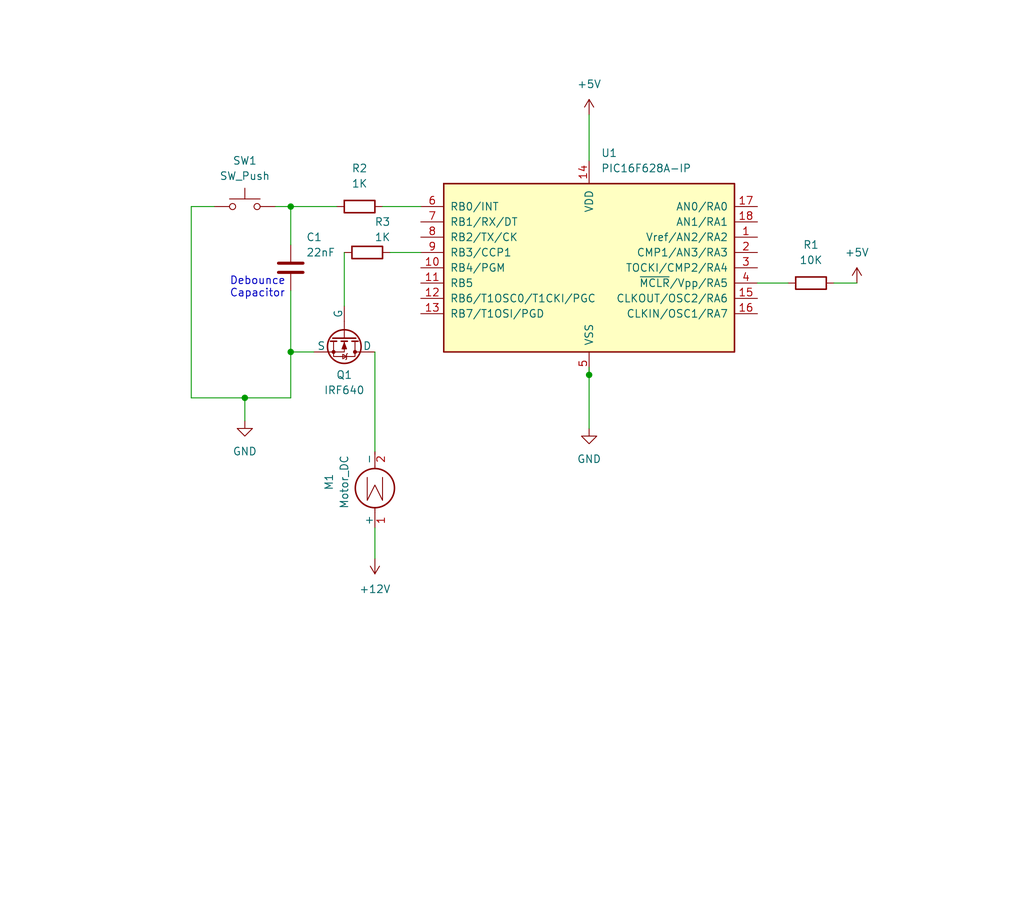
<source format=kicad_sch>
(kicad_sch (version 20230121) (generator eeschema)
  (paper "User" 170.002 152.4)
  (title_block (title "PIC16F628A for Beginners - 1") (company "Ricardo Lima Caratti") (comment 1 "A minimalist project with PIC16F628A, push button and interrupt. "))
  (lib_symbols
    (symbol "Device:C" (pin_numbers hide) (pin_names (offset 0.254))
      (property "Reference" "C" (at 0.635 2.54 0))
      (property "Value" "C" (at 0.635 -2.54 0))
      (symbol "C_0_1"
        (polyline (pts (xy -2.032 -0.762) (xy 2.032 -0.762)) (stroke (width 0.508)))
        (polyline (pts (xy -2.032 0.762) (xy 2.032 0.762)) (stroke (width 0.508)))
      )
      (symbol "C_1_1"
        (pin passive line (at 0 3.81 270) (length 2.794) (name "~") (number "1"))
        (pin passive line (at 0 -3.81 90) (length 2.794) (name "~") (number "2"))
      )
    )
    (symbol "Device:R" (pin_numbers hide) (pin_names (offset 0))
      (property "Reference" "R" (at 2.032 0 90))
      (property "Value" "R" (at 0 0 90))
      (symbol "R_0_1"
        (rectangle (start -1.016 -2.54) (end 1.016 2.54) (stroke (width 0.254)))
      )
      (symbol "R_1_1"
        (pin passive line (at 0 3.81 270) (length 1.27) (name "~") (number "1"))
        (pin passive line (at 0 -3.81 90) (length 1.27) (name "~") (number "2"))
      )
    )
    (symbol "MCU_Microchip_PIC16:PIC16F628A-IP" (pin_names (offset 1.016))
      (property "Reference" "U" (at -24.13 17.78 0))
      (property "Value" "PIC16F628A-IP" (at -24.13 15.24 0))
      (symbol "PIC16F628A-IP_0_1"
        (rectangle (start 24.13 13.97) (end -24.13 -13.97) (stroke (width 0.254)) (fill (type background)))
      )
      (symbol "PIC16F628A-IP_1_1"
        (pin bidirectional line (at 27.94 5.08 180) (length 3.81) (name "Vref/AN2/RA2") (number "1"))
        (pin bidirectional line (at -27.94 0 0) (length 3.81) (name "RB4/PGM") (number "10"))
        (pin bidirectional line (at -27.94 -2.54 0) (length 3.81) (name "RB5") (number "11"))
        (pin bidirectional line (at -27.94 -5.08 0) (length 3.81) (name "RB6/T1OSC0/T1CKI/PGC") (number "12"))
        (pin bidirectional line (at -27.94 -7.62 0) (length 3.81) (name "RB7/T1OSI/PGD") (number "13"))
        (pin power_in line (at 0 17.78 270) (length 3.81) (name "VDD") (number "14"))
        (pin bidirectional line (at 27.94 -5.08 180) (length 3.81) (name "CLKOUT/OSC2/RA6") (number "15"))
        (pin bidirectional line (at 27.94 -7.62 180) (length 3.81) (name "CLKIN/OSC1/RA7") (number "16"))
        (pin bidirectional line (at 27.94 10.16 180) (length 3.81) (name "AN0/RA0") (number "17"))
        (pin bidirectional line (at 27.94 7.62 180) (length 3.81) (name "AN1/RA1") (number "18"))
        (pin bidirectional line (at 27.94 2.54 180) (length 3.81) (name "CMP1/AN3/RA3") (number "2"))
        (pin bidirectional line (at 27.94 0 180) (length 3.81) (name "TOCKI/CMP2/RA4") (number "3"))
        (pin input line (at 27.94 -2.54 180) (length 3.81) (name "~{MCLR}/Vpp/RA5") (number "4"))
        (pin power_in line (at 0 -17.78 90) (length 3.81) (name "VSS") (number "5"))
        (pin bidirectional line (at -27.94 10.16 0) (length 3.81) (name "RB0/INT") (number "6"))
        (pin bidirectional line (at -27.94 7.62 0) (length 3.81) (name "RB1/RX/DT") (number "7"))
        (pin bidirectional line (at -27.94 5.08 0) (length 3.81) (name "RB2/TX/CK") (number "8"))
        (pin bidirectional line (at -27.94 2.54 0) (length 3.81) (name "RB3/CCP1") (number "9"))
      )
    )
    (symbol "Motor:Motor_DC" (pin_names (offset 0))
      (property "Reference" "M" (at 2.54 2.54 0))
      (property "Value" "Motor_DC" (at 2.54 -5.08 0))
      (symbol "Motor_DC_0_0"
        (polyline (pts (xy -1.27 -3.302) (xy -1.27 0.508) (xy 0 -2.032) (xy 1.27 0.508) (xy 1.27 -3.302)))
      )
      (symbol "Motor_DC_0_1"
        (circle (center 0 -1.524) (radius 3.2512) (stroke (width 0.254)))
        (polyline (pts (xy 0 -7.62) (xy 0 -7.112)))
        (polyline (pts (xy 0 -4.7752) (xy 0 -5.1816)))
        (polyline (pts (xy 0 1.7272) (xy 0 2.0828)))
        (polyline (pts (xy 0 2.032) (xy 0 2.54)))
      )
      (symbol "Motor_DC_1_1"
        (pin passive line (at 0 5.08 270) (length 2.54) (name "+") (number "1"))
        (pin passive line (at 0 -7.62 90) (length 2.54) (name "-") (number "2"))
      )
    )
    (symbol "Simulation_SPICE:NMOS" (pin_numbers hide) (pin_names (offset 0))
      (property "Reference" "Q" (at 5.08 1.27 0))
      (property "Value" "NMOS" (at 5.08 -1.27 0))
      (symbol "NMOS_0_1"
        (polyline (pts (xy 0.254 0) (xy -2.54 0)))
        (polyline (pts (xy 0.254 1.905) (xy 0.254 -1.905)) (stroke (width 0.254)))
        (polyline (pts (xy 0.762 -1.27) (xy 0.762 -2.286)) (stroke (width 0.254)))
        (polyline (pts (xy 0.762 0.508) (xy 0.762 -0.508)) (stroke (width 0.254)))
        (polyline (pts (xy 0.762 2.286) (xy 0.762 1.27)) (stroke (width 0.254)))
        (polyline (pts (xy 2.54 2.54) (xy 2.54 1.778)))
        (polyline (pts (xy 2.54 -2.54) (xy 2.54 0) (xy 0.762 0)))
        (polyline (pts (xy 0.762 -1.778) (xy 3.302 -1.778) (xy 3.302 1.778) (xy 0.762 1.778)))
        (polyline (pts (xy 1.016 0) (xy 2.032 0.381) (xy 2.032 -0.381) (xy 1.016 0)) (fill (type outline)))
        (polyline (pts (xy 2.794 0.508) (xy 2.921 0.381) (xy 3.683 0.381) (xy 3.81 0.254)))
        (polyline (pts (xy 3.302 0.381) (xy 2.921 -0.254) (xy 3.683 -0.254) (xy 3.302 0.381)))
        (circle (center 1.651 0) (radius 2.794) (stroke (width 0.254)))
        (circle (center 2.54 -1.778) (radius 0.254) (fill (type outline)))
        (circle (center 2.54 1.778) (radius 0.254) (fill (type outline)))
      )
      (symbol "NMOS_1_1"
        (pin passive line (at 2.54 5.08 270) (length 2.54) (name "D") (number "1"))
        (pin input line (at -5.08 0 0) (length 2.54) (name "G") (number "2"))
        (pin passive line (at 2.54 -5.08 90) (length 2.54) (name "S") (number "3"))
      )
    )
    (symbol "Switch:SW_Push" (pin_numbers hide) (pin_names (offset 1.016) hide)
      (property "Reference" "SW" (at 1.27 2.54 0))
      (property "Value" "SW_Push" (at 0 -1.524 0))
      (symbol "SW_Push_0_1"
        (circle (center -2.032 0) (radius 0.508))
        (polyline (pts (xy 0 1.27) (xy 0 3.048)))
        (polyline (pts (xy 2.54 1.27) (xy -2.54 1.27)))
        (circle (center 2.032 0) (radius 0.508))
        (pin passive line (at -5.08 0 0) (length 2.54) (name "1") (number "1"))
        (pin passive line (at 5.08 0 180) (length 2.54) (name "2") (number "2"))
      )
    )
    (symbol "power:+12V" (power) (pin_names (offset 0))
      (property "Value" "+12V" (at 0 3.556 0))
      (symbol "+12V_0_1"
        (polyline (pts (xy -0.762 1.27) (xy 0 2.54)))
        (polyline (pts (xy 0 0) (xy 0 2.54)))
        (polyline (pts (xy 0 2.54) (xy 0.762 1.27)))
      )
      (symbol "+12V_1_1"
        (pin power_in line (at 0 0 90) (length 0) hide (name "+12V") (number "1"))
      )
    )
    (symbol "power:+5V" (power) (pin_names (offset 0))
      (property "Value" "+5V" (at 0 3.556 0))
      (symbol "+5V_0_1"
        (polyline (pts (xy -0.762 1.27) (xy 0 2.54)))
        (polyline (pts (xy 0 0) (xy 0 2.54)))
        (polyline (pts (xy 0 2.54) (xy 0.762 1.27)))
      )
      (symbol "+5V_1_1"
        (pin power_in line (at 0 0 90) (length 0) hide (name "+5V") (number "1"))
      )
    )
    (symbol "power:GND" (power) (pin_names (offset 0))
      (property "Value" "GND" (at 0 -3.81 0))
      (symbol "GND_0_1"
        (polyline (pts (xy 0 0) (xy 0 -1.27) (xy 1.27 -1.27) (xy 0 -2.54) (xy -1.27 -1.27) (xy 0 -1.27)))
      )
      (symbol "GND_1_1"
        (pin power_in line (at 0 0 270) (length 0) hide (name "GND") (number "1"))
      )
    )
  )
  (junction (at 48.26 58.42))
  (junction (at 40.64 66.04))
  (junction (at 48.26 34.29))
  (junction (at 97.79 62.23))
  (wire (pts (xy 57.15 41.91) (xy 57.15 50.8)))
  (wire (pts (xy 48.26 48.26) (xy 48.26 58.42)))
  (wire (pts (xy 48.26 58.42) (xy 52.07 58.42)))
  (wire (pts (xy 48.26 34.29) (xy 55.88 34.29)))
  (wire (pts (xy 63.5 34.29) (xy 69.85 34.29)))
  (wire (pts (xy 64.77 41.91) (xy 69.85 41.91)))
  (wire (pts (xy 97.79 19.05) (xy 97.79 26.67)))
  (wire (pts (xy 35.56 34.29) (xy 31.75 34.29)))
  (wire (pts (xy 97.79 62.23) (xy 97.79 71.12)))
  (wire (pts (xy 97.79 60.96) (xy 97.79 62.23)))
  (wire (pts (xy 48.26 58.42) (xy 48.26 66.04)))
  (wire (pts (xy 40.64 66.04) (xy 48.26 66.04)))
  (wire (pts (xy 40.64 66.04) (xy 40.64 69.85)))
  (wire (pts (xy 62.23 87.63) (xy 62.23 92.71)))
  (wire (pts (xy 45.72 34.29) (xy 48.26 34.29)))
  (wire (pts (xy 62.23 58.42) (xy 62.23 74.93)))
  (wire (pts (xy 31.75 34.29) (xy 31.75 66.04)))
  (wire (pts (xy 48.26 34.29) (xy 48.26 40.64)))
  (wire (pts (xy 138.43 46.99) (xy 142.24 46.99)))
  (wire (pts (xy 31.75 66.04) (xy 40.64 66.04)))
  (wire (pts (xy 125.73 46.99) (xy 130.81 46.99)))
  (text "Debounce\nCapacitor" (at 38.1 49.53 0) (effects (font (size 1.27 1.27)) (justify left bottom)))
  (symbol (lib_id "Switch:SW_Push") (at 40.64 34.29 0) (unit 1)
    (property "Reference" "SW1" (at 40.64 26.67 0))
    (property "Value" "SW_Push" (at 40.64 29.21 0))
  )
  (symbol (lib_id "power:+5V") (at 97.79 19.05 0) (unit 1)
    (property "Reference" "#PWR01" (effects hide))
    (property "Value" "+5V" (at 97.79 13.97 0))
  )
  (symbol (lib_id "Device:R") (at 134.62 46.99 90) (unit 1)
    (property "Reference" "R1" (at 134.62 40.64 90))
    (property "Value" "10K" (at 134.62 43.18 90))
  )
  (symbol (lib_id "power:+5V") (at 142.24 46.99 0) (unit 1)
    (property "Reference" "#PWR04" (effects hide))
    (property "Value" "+5V" (at 142.24 41.91 0))
  )
  (symbol (lib_id "power:+12V") (at 62.23 92.71 180) (unit 1)
    (property "Reference" "#PWR05" (effects hide))
    (property "Value" "+12V" (at 62.23 97.79 0))
  )
  (symbol (lib_id "Simulation_SPICE:NMOS") (at 57.15 55.88 270) (unit 1)
    (property "Reference" "Q1" (at 57.15 62.23 90))
    (property "Value" "IRF640" (at 57.15 64.77 90))
    (property "Datasheet" "https://ngspice.sourceforge.io/docs/ngspice-manual.pdf" (effects hide))
    (property "Sim.Device" "NMOS" (effects hide))
    (property "Sim.Type" "VDMOS" (effects hide))
    (property "Sim.Pins" "1=D 2=G 3=S" (effects hide))
  )
  (symbol (lib_id "power:GND") (at 40.64 69.85 0) (unit 1)
    (property "Reference" "#PWR03" (effects hide))
    (property "Value" "GND" (at 40.64 74.93 0))
  )
  (symbol (lib_id "Device:R") (at 60.96 41.91 90) (unit 1)
    (property "Reference" "R3" (at 63.5 36.83 90))
    (property "Value" "1K" (at 63.5 39.37 90))
  )
  (symbol (lib_id "Device:R") (at 59.69 34.29 90) (unit 1)
    (property "Reference" "R2" (at 59.69 27.94 90))
    (property "Value" "1K" (at 59.69 30.48 90))
  )
  (symbol (lib_id "Motor:Motor_DC") (at 62.23 82.55 180) (unit 1)
    (property "Reference" "M1" (at 54.61 80.01 90))
    (property "Value" "Motor_DC" (at 57.15 80.01 90))
  )
  (symbol (lib_id "Device:C") (at 48.26 44.45 0) (unit 1)
    (property "Reference" "C1" (at 50.8 39.37 0) (effects (justify left)))
    (property "Value" "22nF" (at 50.8 41.91 0) (effects (justify left)))
  )
  (symbol (lib_id "power:GND") (at 97.79 71.12 0) (unit 1)
    (property "Reference" "#PWR02" (effects hide))
    (property "Value" "GND" (at 97.79 76.2 0))
  )
  (symbol (lib_id "MCU_Microchip_PIC16:PIC16F628A-IP") (at 97.79 44.45 0) (unit 1)
    (property "Reference" "U1" (at 99.7459 25.4 0) (effects (justify left)))
    (property "Value" "PIC16F628A-IP" (at 99.7459 27.94 0) (effects (justify left)))
    (property "Datasheet" "http://ww1.microchip.com/downloads/en/DeviceDoc/40300c.pdf" (effects hide))
  )
)
</source>
